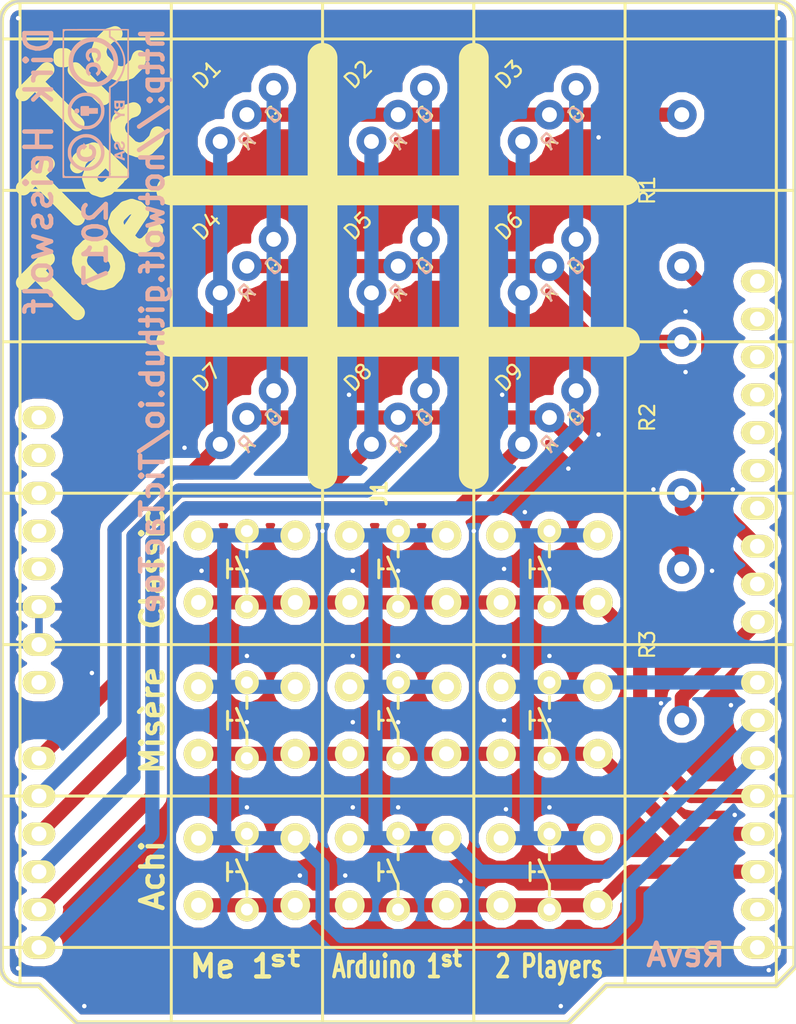
<source format=kicad_pcb>
(kicad_pcb (version 4) (host pcbnew 4.0.5)
  (title_block (title TicTacToe) (date 2017-02-22) (rev A) (company hotwolf) (comment 1 "Arduino Shield"))
  (layers (0 F.Cu signal hide) (31 B.Cu signal) (34 B.Paste user) (35 F.Paste user hide) (36 B.SilkS user) (37 F.SilkS user hide) (38 B.Mask user) (39 F.Mask user hide) (44 Edge.Cuts user))
  (net 0 "")
  (net 1 "Net-(D1-Pad2)")
  (net 2 "Net-(D4-Pad2)")
  (net 3 "Net-(D7-Pad2)")
  (net 4 "Net-(J1-Pad2)")
  (net 5 "Net-(J1-Pad3)")
  (net 6 "Net-(J1-Pad4)")
  (net 7 "Net-(J1-Pad5)")
  (net 8 "Net-(J1-Pad8)")
  (net 9 /D147_R)
  (net 10 /D147_G)
  (net 11 /D258_R)
  (net 12 /D258_G)
  (net 13 /D369_R)
  (net 14 /D369_G)
  (net 15 "Net-(J1-Pad15)")
  (net 16 "Net-(J1-Pad16)")
  (net 17 /KEY123)
  (net 18 /KEY456)
  (net 19 /KEY789)
  (net 20 /KEY147)
  (net 21 /KEY258)
  (net 22 /KEY369)
  (net 23 /D123)
  (net 24 /D456)
  (net 25 /D789)
  (net 26 "Net-(J1-Pad26)")
  (net 27 "Net-(J1-Pad27)")
  (net 28 "Net-(J1-Pad28)")
  (net 29 "Net-(J1-Pad29)")
  (net 30 "Net-(J1-Pad30)")
  (net 31 "Net-(J1-Pad31)")
  (net 32 "Net-(J1-Pad32)")
  (net 33 DGND)
  (module TicTacToe:via (layer F.Cu) (at 87.122 130.937)
    (fp_text reference VIA hide)
    (fp_text value GND hide)
    (pad "" thru_hole circle (at 0 0) (size 0.62 0.62) (drill 0.3) (layers *.Cu) (net 33 DGND))
  )
  (module TicTacToe:via (layer F.Cu) (at 76.2 117.602)
    (fp_text reference VIA hide)
    (fp_text value GND hide)
    (pad "" thru_hole circle (at 0 0) (size 0.62 0.62) (drill 0.3) (layers *.Cu) (net 33 DGND))
  )
  (module TicTacToe:via (layer F.Cu) (at 95.504 88.392)
    (fp_text reference VIA hide)
    (fp_text value GND hide)
    (pad "" thru_hole circle (at 0 0) (size 0.62 0.62) (drill 0.3) (layers *.Cu) (net 33 DGND))
  )
  (module TicTacToe:via (layer F.Cu) (at 97.282 101.727)
    (fp_text reference VIA hide)
    (fp_text value GND hide)
    (pad "" thru_hole circle (at 0 0) (size 0.62 0.62) (drill 0.3) (layers *.Cu) (net 33 DGND))
  )
  (module TicTacToe:via (layer F.Cu) (at 87.63 94.869)
    (fp_text reference VIA hide)
    (fp_text value GND hide)
    (pad "" thru_hole circle (at 0 0) (size 0.62 0.62) (drill 0.3) (layers *.Cu) (net 33 DGND))
  )
  (module TicTacToe:via (layer F.Cu) (at 89.662 92.583)
    (fp_text reference VIA hide)
    (fp_text value GND hide)
    (pad "" thru_hole circle (at 0 0) (size 0.62 0.62) (drill 0.3) (layers *.Cu) (net 33 DGND))
  )
  (module TicTacToe:via (layer F.Cu) (at 73.152 117.602)
    (fp_text reference VIA hide)
    (fp_text value GND hide)
    (pad "" thru_hole circle (at 0 0) (size 0.62 0.62) (drill 0.3) (layers *.Cu) (net 33 DGND))
  )
  (module TicTacToe:via (layer F.Cu) (at 76.2 101.727)
    (fp_text reference VIA hide)
    (fp_text value GND hide)
    (pad "" thru_hole circle (at 0 0) (size 0.62 0.62) (drill 0.3) (layers *.Cu) (net 33 DGND))
  )
  (module TicTacToe:via (layer F.Cu) (at 73.152 101.727)
    (fp_text reference VIA hide)
    (fp_text value GND hide)
    (pad "" thru_hole circle (at 0 0) (size 0.62 0.62) (drill 0.3) (layers *.Cu) (net 33 DGND))
  )
  (module TicTacToe:via (layer F.Cu) (at 55.118 130.937)
    (fp_text reference VIA hide)
    (fp_text value GND hide)
    (pad "" thru_hole circle (at 0 0) (size 0.62 0.62) (drill 0.3) (layers *.Cu) (net 33 DGND))
  )
  (module TicTacToe:via (layer F.Cu) (at 101.092 128.524)
    (fp_text reference VIA hide)
    (fp_text value GND hide)
    (pad "" thru_hole circle (at 0 0) (size 0.62 0.62) (drill 0.3) (layers *.Cu) (net 33 DGND))
  )
  (module TicTacToe:via (layer F.Cu) (at 72.644 122.174)
    (fp_text reference VIA hide)
    (fp_text value GND hide)
    (pad "" thru_hole circle (at 0 0) (size 0.62 0.62) (drill 0.3) (layers *.Cu) (net 33 DGND))
  )
  (module TicTacToe:via (layer F.Cu) (at 66.04 111.887)
    (fp_text reference VIA hide)
    (fp_text value GND hide)
    (pad "" thru_hole circle (at 0 0) (size 0.62 0.62) (drill 0.3) (layers *.Cu) (net 33 DGND))
  )
  (module TicTacToe:via (layer F.Cu) (at 69.596 122.174)
    (fp_text reference VIA hide)
    (fp_text value GND hide)
    (pad "" thru_hole circle (at 0 0) (size 0.62 0.62) (drill 0.3) (layers *.Cu) (net 33 DGND))
  )
  (module TicTacToe:via (layer F.Cu) (at 61.849 93.472)
    (fp_text reference VIA hide)
    (fp_text value GND hide)
    (pad "" thru_hole circle (at 0 0) (size 0.62 0.62) (drill 0.3) (layers *.Cu) (net 33 DGND))
  )
  (module TicTacToe:via (layer F.Cu) (at 50.673 64.643)
    (fp_text reference VIA hide)
    (fp_text value GND hide)
    (pad "" thru_hole circle (at 0 0) (size 0.62 0.62) (drill 0.3) (layers *.Cu) (net 33 DGND))
  )
  (module TicTacToe:via (layer F.Cu) (at 83.185 89.916)
    (fp_text reference VIA hide)
    (fp_text value GND hide)
    (pad "" thru_hole circle (at 0 0) (size 0.62 0.62) (drill 0.3) (layers *.Cu) (net 33 DGND))
  )
  (module TicTacToe:via (layer F.Cu) (at 72.898 89.916)
    (fp_text reference VIA hide)
    (fp_text value GND hide)
    (pad "" thru_hole circle (at 0 0) (size 0.62 0.62) (drill 0.3) (layers *.Cu) (net 33 DGND))
  )
  (module TicTacToe:via (layer F.Cu) (at 55.626 108.585)
    (fp_text reference VIA hide)
    (fp_text value GND hide)
    (pad "" thru_hole circle (at 0 0) (size 0.62 0.62) (drill 0.3) (layers *.Cu) (net 33 DGND))
  )
  (module TicTacToe:via (layer F.Cu) (at 50.673 128.397)
    (fp_text reference VIA hide)
    (fp_text value GND hide)
    (pad "" thru_hole circle (at 0 0) (size 0.62 0.62) (drill 0.3) (layers *.Cu) (net 33 DGND))
  )
  (module TicTacToe:via (layer F.Cu) (at 76.2 107.442)
    (fp_text reference VIA hide)
    (fp_text value GND hide)
    (pad "" thru_hole circle (at 0 0) (size 0.62 0.62) (drill 0.3) (layers *.Cu) (net 33 DGND))
  )
  (module TicTacToe:via (layer F.Cu) (at 66.04 107.442)
    (fp_text reference VIA hide)
    (fp_text value GND hide)
    (pad "" thru_hole circle (at 0 0) (size 0.62 0.62) (drill 0.3) (layers *.Cu) (net 33 DGND))
  )
  (module TicTacToe:via (layer F.Cu) (at 73.152 111.887)
    (fp_text reference VIA hide)
    (fp_text value GND hide)
    (pad "" thru_hole circle (at 0 0) (size 0.62 0.62) (drill 0.3) (layers *.Cu) (net 33 DGND))
  )
  (module TicTacToe:via (layer F.Cu) (at 83.312 107.442)
    (fp_text reference VIA hide)
    (fp_text value GND hide)
    (pad "" thru_hole circle (at 0 0) (size 0.62 0.62) (drill 0.3) (layers *.Cu) (net 33 DGND))
  )
  (module TicTacToe:via (layer F.Cu) (at 73.152 107.442)
    (fp_text reference VIA hide)
    (fp_text value GND hide)
    (pad "" thru_hole circle (at 0 0) (size 0.62 0.62) (drill 0.3) (layers *.Cu) (net 33 DGND))
  )
  (module TicTacToe:via (layer F.Cu) (at 98.806 118.11)
    (fp_text reference VIA hide)
    (fp_text value GND hide)
    (pad "" thru_hole circle (at 0 0) (size 0.62 0.62) (drill 0.3) (layers *.Cu) (net 33 DGND))
  )
  (module TicTacToe:via (layer F.Cu) (at 86.36 107.442)
    (fp_text reference VIA hide)
    (fp_text value GND hide)
    (pad "" thru_hole circle (at 0 0) (size 0.62 0.62) (drill 0.3) (layers *.Cu) (net 33 DGND))
  )
  (module TicTacToe:via (layer F.Cu) (at 86.36 101.6)
    (fp_text reference VIA hide)
    (fp_text value GND hide)
    (pad "" thru_hole circle (at 0 0) (size 0.62 0.62) (drill 0.3) (layers *.Cu) (net 33 DGND))
  )
  (module TicTacToe:via (layer F.Cu) (at 83.312 101.6)
    (fp_text reference VIA hide)
    (fp_text value GND hide)
    (pad "" thru_hole circle (at 0 0) (size 0.62 0.62) (drill 0.3) (layers *.Cu) (net 33 DGND))
  )
  (module TicTacToe:via (layer F.Cu) (at 101.727 64.643)
    (fp_text reference VIA hide)
    (fp_text value GND hide)
    (pad "" thru_hole circle (at 0 0) (size 0.62 0.62) (drill 0.3) (layers *.Cu) (net 33 DGND))
  )
  (module TicTacToe:via (layer F.Cu) (at 95.504 84.328)
    (fp_text reference VIA hide)
    (fp_text value GND hide)
    (pad "" thru_hole circle (at 0 0) (size 0.62 0.62) (drill 0.3) (layers *.Cu) (net 33 DGND))
  )
  (module TicTacToe:via (layer F.Cu) (at 86.36 111.76)
    (fp_text reference VIA hide)
    (fp_text value GND hide)
    (pad "" thru_hole circle (at 0 0) (size 0.62 0.62) (drill 0.3) (layers *.Cu) (net 33 DGND))
  )
  (module TicTacToe:via (layer F.Cu) (at 89.662 72.644)
    (fp_text reference VIA hide)
    (fp_text value GND hide)
    (pad "" thru_hole circle (at 0 0) (size 0.62 0.62) (drill 0.3) (layers *.Cu) (net 33 DGND))
  )
  (module TicTacToe:via (layer F.Cu) (at 83.312 111.76)
    (fp_text reference VIA hide)
    (fp_text value GND hide)
    (pad "" thru_hole circle (at 0 0) (size 0.62 0.62) (drill 0.3) (layers *.Cu) (net 33 DGND))
  )
  (module TicTacToe:via (layer F.Cu) (at 93.853 110.617)
    (fp_text reference VIA hide)
    (fp_text value GND hide)
    (pad "" thru_hole circle (at 0 0) (size 0.62 0.62) (drill 0.3) (layers *.Cu) (net 33 DGND))
  )
  (module TicTacToe:via (layer F.Cu) (at 86.36 117.602)
    (fp_text reference VIA hide)
    (fp_text value GND hide)
    (pad "" thru_hole circle (at 0 0) (size 0.62 0.62) (drill 0.3) (layers *.Cu) (net 33 DGND))
  )
  (module TicTacToe:via (layer F.Cu) (at 76.2 111.887)
    (fp_text reference VIA hide)
    (fp_text value GND hide)
    (pad "" thru_hole circle (at 0 0) (size 0.62 0.62) (drill 0.3) (layers *.Cu) (net 33 DGND))
  )
  (module TicTacToe:via (layer F.Cu) (at 66.04 117.602)
    (fp_text reference VIA hide)
    (fp_text value GND hide)
    (pad "" thru_hole circle (at 0 0) (size 0.62 0.62) (drill 0.3) (layers *.Cu) (net 33 DGND))
  )
  (module TicTacToe:via (layer F.Cu) (at 71.12 99.06)
    (fp_text reference VIA hide)
    (fp_text value GND hide)
    (pad "" thru_hole circle (at 0 0) (size 0.62 0.62) (drill 0.3) (layers *.Cu) (net 33 DGND))
  )
  (module TicTacToe:via (layer F.Cu) (at 66.04 101.727)
    (fp_text reference VIA hide)
    (fp_text value GND hide)
    (pad "" thru_hole circle (at 0 0) (size 0.62 0.62) (drill 0.3) (layers *.Cu) (net 33 DGND))
  )
  (module TicTacToe:via (layer F.Cu) (at 62.992 101.727)
    (fp_text reference VIA hide)
    (fp_text value GND hide)
    (pad "" thru_hole circle (at 0 0) (size 0.62 0.62) (drill 0.3) (layers *.Cu) (net 33 DGND))
  )
  (module TicTacToe:via (layer F.Cu) (at 98.679 96.266)
    (fp_text reference VIA hide)
    (fp_text value GND hide)
    (pad "" thru_hole circle (at 0 0) (size 0.62 0.62) (drill 0.3) (layers *.Cu) (net 33 DGND))
  )
  (module TicTacToe:via (layer F.Cu) (at 93.345 96.266)
    (fp_text reference VIA hide)
    (fp_text value GND hide)
    (pad "" thru_hole circle (at 0 0) (size 0.62 0.62) (drill 0.3) (layers *.Cu) (net 33 DGND))
  )
  (module TicTacToe:via (layer F.Cu) (at 84.709 97.79)
    (fp_text reference VIA hide)
    (fp_text value GND hide)
    (pad "" thru_hole circle (at 0 0) (size 0.62 0.62) (drill 0.3) (layers *.Cu) (net 33 DGND))
  )
  (module TicTacToe:via (layer F.Cu) (at 81.28 99.06)
    (fp_text reference VIA hide)
    (fp_text value GND hide)
    (pad "" thru_hole circle (at 0 0) (size 0.62 0.62) (drill 0.3) (layers *.Cu) (net 33 DGND))
  )
  (module TicTacToe:via (layer F.Cu) (at 98.552 110.744)
    (fp_text reference VIA hide)
    (fp_text value GND hide)
    (pad "" thru_hole circle (at 0 0) (size 0.62 0.62) (drill 0.3) (layers *.Cu) (net 33 DGND))
  )
  (module TicTacToe:via (layer F.Cu) (at 80.391 122.555)
    (fp_text reference VIA hide)
    (fp_text value GND hide)
    (pad "" thru_hole circle (at 0 0) (size 0.62 0.62) (drill 0.3) (layers *.Cu) (net 33 DGND))
  )
  (module TicTacToe:LED (layer F.Cu) (at 66.04 71.12 45)
    (fp_text reference D1 (at 0 -3.81 45) (layer F.SilkS))
    (fp_text value BICOLOR_LED)
    (fp_text user G (at 1.27 1.27 45) (layer B.SilkS) (effects (justify mirror)))
    (fp_text user G (at 1.27 1.27 45) (layer F.SilkS))
    (fp_text user R (at -1.27 1.27 45) (layer B.SilkS) (effects (justify mirror)))
    (fp_text user R (at -1.27 1.27 45) (layer F.SilkS))
    (pad 2 thru_hole circle (at 0 0 45) (size 2 2) (drill 1) (layers *.Cu *.Mask) (net 1 "Net-(D1-Pad2)"))
    (pad 1 thru_hole circle (at -2.54 0 45) (size 2 2) (drill 1) (layers *.Cu *.Mask) (net 9 /D147_R))
    (pad 3 thru_hole circle (at 2.54 0 45) (size 2 2) (drill 1) (layers *.Cu *.Mask) (net 10 /D147_G))
  )
  (module TicTacToe:LED (layer F.Cu) (at 76.2 71.12 45)
    (fp_text reference D2 (at 0 -3.81 45) (layer F.SilkS))
    (fp_text value BICOLOR_LED)
    (fp_text user G (at 1.27 1.27 45) (layer B.SilkS) (effects (justify mirror)))
    (fp_text user G (at 1.27 1.27 45) (layer F.SilkS))
    (fp_text user R (at -1.27 1.27 45) (layer B.SilkS) (effects (justify mirror)))
    (fp_text user R (at -1.27 1.27 45) (layer F.SilkS))
    (pad 2 thru_hole circle (at 0 0 45) (size 2 2) (drill 1) (layers *.Cu *.Mask) (net 1 "Net-(D1-Pad2)"))
    (pad 1 thru_hole circle (at -2.54 0 45) (size 2 2) (drill 1) (layers *.Cu *.Mask) (net 11 /D258_R))
    (pad 3 thru_hole circle (at 2.54 0 45) (size 2 2) (drill 1) (layers *.Cu *.Mask) (net 12 /D258_G))
  )
  (module TicTacToe:LED (layer F.Cu) (at 86.36 71.12 45)
    (fp_text reference D3 (at 0 -3.81 45) (layer F.SilkS))
    (fp_text value BICOLOR_LED)
    (fp_text user G (at 1.27 1.27 45) (layer B.SilkS) (effects (justify mirror)))
    (fp_text user G (at 1.27 1.27 45) (layer F.SilkS))
    (fp_text user R (at -1.27 1.27 45) (layer B.SilkS) (effects (justify mirror)))
    (fp_text user R (at -1.27 1.27 45) (layer F.SilkS))
    (pad 2 thru_hole circle (at 0 0 45) (size 2 2) (drill 1) (layers *.Cu *.Mask) (net 1 "Net-(D1-Pad2)"))
    (pad 1 thru_hole circle (at -2.54 0 45) (size 2 2) (drill 1) (layers *.Cu *.Mask) (net 13 /D369_R))
    (pad 3 thru_hole circle (at 2.54 0 45) (size 2 2) (drill 1) (layers *.Cu *.Mask) (net 14 /D369_G))
  )
  (module TicTacToe:LED (layer F.Cu) (at 66.04 81.28 45)
    (fp_text reference D4 (at 0 -3.81 45) (layer F.SilkS))
    (fp_text value BICOLOR_LED)
    (fp_text user G (at 1.27 1.27 45) (layer B.SilkS) (effects (justify mirror)))
    (fp_text user G (at 1.27 1.27 45) (layer F.SilkS))
    (fp_text user R (at -1.27 1.27 45) (layer B.SilkS) (effects (justify mirror)))
    (fp_text user R (at -1.27 1.27 45) (layer F.SilkS))
    (pad 2 thru_hole circle (at 0 0 45) (size 2 2) (drill 1) (layers *.Cu *.Mask) (net 2 "Net-(D4-Pad2)"))
    (pad 1 thru_hole circle (at -2.54 0 45) (size 2 2) (drill 1) (layers *.Cu *.Mask) (net 9 /D147_R))
    (pad 3 thru_hole circle (at 2.54 0 45) (size 2 2) (drill 1) (layers *.Cu *.Mask) (net 10 /D147_G))
  )
  (module TicTacToe:LED (layer F.Cu) (at 76.2 81.28 45)
    (fp_text reference D5 (at 0 -3.81 45) (layer F.SilkS))
    (fp_text value BICOLOR_LED)
    (fp_text user G (at 1.27 1.27 45) (layer B.SilkS) (effects (justify mirror)))
    (fp_text user G (at 1.27 1.27 45) (layer F.SilkS))
    (fp_text user R (at -1.27 1.27 45) (layer B.SilkS) (effects (justify mirror)))
    (fp_text user R (at -1.27 1.27 45) (layer F.SilkS))
    (pad 2 thru_hole circle (at 0 0 45) (size 2 2) (drill 1) (layers *.Cu *.Mask) (net 2 "Net-(D4-Pad2)"))
    (pad 1 thru_hole circle (at -2.54 0 45) (size 2 2) (drill 1) (layers *.Cu *.Mask) (net 11 /D258_R))
    (pad 3 thru_hole circle (at 2.54 0 45) (size 2 2) (drill 1) (layers *.Cu *.Mask) (net 12 /D258_G))
  )
  (module TicTacToe:LED (layer F.Cu) (at 86.36 81.28 45)
    (fp_text reference D6 (at 0 -3.81 45) (layer F.SilkS))
    (fp_text value BICOLOR_LED)
    (fp_text user G (at 1.27 1.27 45) (layer B.SilkS) (effects (justify mirror)))
    (fp_text user G (at 1.27 1.27 45) (layer F.SilkS))
    (fp_text user R (at -1.27 1.27 45) (layer B.SilkS) (effects (justify mirror)))
    (fp_text user R (at -1.27 1.27 45) (layer F.SilkS))
    (pad 2 thru_hole circle (at 0 0 45) (size 2 2) (drill 1) (layers *.Cu *.Mask) (net 2 "Net-(D4-Pad2)"))
    (pad 1 thru_hole circle (at -2.54 0 45) (size 2 2) (drill 1) (layers *.Cu *.Mask) (net 13 /D369_R))
    (pad 3 thru_hole circle (at 2.54 0 45) (size 2 2) (drill 1) (layers *.Cu *.Mask) (net 14 /D369_G))
  )
  (module TicTacToe:LED (layer F.Cu) (at 66.04 91.44 45)
    (fp_text reference D7 (at 0 -3.81 45) (layer F.SilkS))
    (fp_text value BICOLOR_LED)
    (fp_text user G (at 1.27 1.27 45) (layer B.SilkS) (effects (justify mirror)))
    (fp_text user G (at 1.27 1.27 45) (layer F.SilkS))
    (fp_text user R (at -1.27 1.27 45) (layer B.SilkS) (effects (justify mirror)))
    (fp_text user R (at -1.27 1.27 45) (layer F.SilkS))
    (pad 2 thru_hole circle (at 0 0 45) (size 2 2) (drill 1) (layers *.Cu *.Mask) (net 3 "Net-(D7-Pad2)"))
    (pad 1 thru_hole circle (at -2.54 0 45) (size 2 2) (drill 1) (layers *.Cu *.Mask) (net 9 /D147_R))
    (pad 3 thru_hole circle (at 2.54 0 45) (size 2 2) (drill 1) (layers *.Cu *.Mask) (net 10 /D147_G))
  )
  (module TicTacToe:LED (layer F.Cu) (at 76.2 91.44 45)
    (fp_text reference D8 (at 0 -3.81 45) (layer F.SilkS))
    (fp_text value BICOLOR_LED)
    (fp_text user G (at 1.27 1.27 45) (layer B.SilkS) (effects (justify mirror)))
    (fp_text user G (at 1.27 1.27 45) (layer F.SilkS))
    (fp_text user R (at -1.27 1.27 45) (layer B.SilkS) (effects (justify mirror)))
    (fp_text user R (at -1.27 1.27 45) (layer F.SilkS))
    (pad 2 thru_hole circle (at 0 0 45) (size 2 2) (drill 1) (layers *.Cu *.Mask) (net 3 "Net-(D7-Pad2)"))
    (pad 1 thru_hole circle (at -2.54 0 45) (size 2 2) (drill 1) (layers *.Cu *.Mask) (net 11 /D258_R))
    (pad 3 thru_hole circle (at 2.54 0 45) (size 2 2) (drill 1) (layers *.Cu *.Mask) (net 12 /D258_G))
  )
  (module TicTacToe:LED (layer F.Cu) (at 86.36 91.44 45)
    (fp_text reference D9 (at 0 -3.81 45) (layer F.SilkS))
    (fp_text value BICOLOR_LED)
    (fp_text user G (at 1.27 1.27 45) (layer B.SilkS) (effects (justify mirror)))
    (fp_text user G (at 1.27 1.27 45) (layer F.SilkS))
    (fp_text user R (at -1.27 1.27 45) (layer B.SilkS) (effects (justify mirror)))
    (fp_text user R (at -1.27 1.27 45) (layer F.SilkS))
    (pad 2 thru_hole circle (at 0 0 45) (size 2 2) (drill 1) (layers *.Cu *.Mask) (net 3 "Net-(D7-Pad2)"))
    (pad 1 thru_hole circle (at -2.54 0 45) (size 2 2) (drill 1) (layers *.Cu *.Mask) (net 13 /D369_R))
    (pad 3 thru_hole circle (at 2.54 0 45) (size 2 2) (drill 1) (layers *.Cu *.Mask) (net 14 /D369_G))
  )
  (module TicTacToe:R (layer F.Cu) (at 95.25 76.2 90)
    (fp_text reference R1 (at 0 -2.31 90) (layer F.SilkS))
    (fp_text value 270)
    (pad 1 thru_hole circle (at -5.08 0 90) (size 2 2) (drill 1) (layers *.Cu *.Mask) (net 23 /D123))
    (pad 2 thru_hole circle (at 5.08 0 90) (size 2 2) (drill 1) (layers *.Cu *.Mask) (net 1 "Net-(D1-Pad2)"))
  )
  (module TicTacToe:R (layer F.Cu) (at 95.25 91.44 90)
    (fp_text reference R2 (at 0 -2.31 90) (layer F.SilkS))
    (fp_text value 270)
    (pad 1 thru_hole circle (at -5.08 0 90) (size 2 2) (drill 1) (layers *.Cu *.Mask) (net 24 /D456))
    (pad 2 thru_hole circle (at 5.08 0 90) (size 2 2) (drill 1) (layers *.Cu *.Mask) (net 2 "Net-(D4-Pad2)"))
  )
  (module TicTacToe:R (layer F.Cu) (at 95.25 106.68 90)
    (fp_text reference R3 (at 0 -2.31 90) (layer F.SilkS))
    (fp_text value 270)
    (pad 1 thru_hole circle (at -5.08 0 90) (size 2 2) (drill 1) (layers *.Cu *.Mask) (net 25 /D789))
    (pad 2 thru_hole circle (at 5.08 0 90) (size 2 2) (drill 1) (layers *.Cu *.Mask) (net 3 "Net-(D7-Pad2)"))
  )
  (module TicTacToe:key (layer F.Cu) (at 76.2 101.6 270)
    (fp_text reference KEY2 hide)
    (fp_text value KEY hide)
    (pad 1 thru_hole circle (at -2.25 -3.25 270) (size 2 2) (drill 1) (layers *.Cu *.Mask F.SilkS) (net 21 /KEY258))
    (pad 4 thru_hole circle (at 2.25 3.25 270) (size 2 2) (drill 1) (layers *.Cu *.Mask F.SilkS) (net 17 /KEY123))
    (pad 2 thru_hole circle (at 2.25 -3.25 270) (size 2 2) (drill 1) (layers *.Cu *.Mask F.SilkS) (net 17 /KEY123))
    (pad 3 thru_hole circle (at -2.25 3.25 270) (size 2 2) (drill 1) (layers *.Cu *.Mask F.SilkS) (net 21 /KEY258))
    (pad 6 thru_hole circle (at 2.54 0 270) (size 1.6 1.6) (drill 0.8) (layers *.Cu *.Mask F.SilkS) (net 17 /KEY123))
    (pad 5 thru_hole circle (at -2.54 0 270) (size 1.6 1.6) (drill 0.8) (layers *.Cu *.Mask F.SilkS) (net 21 /KEY258))
  )
  (module TicTacToe:key (layer F.Cu) (at 66.04 101.6 270)
    (fp_text reference KEY1 hide)
    (fp_text value KEY hide)
    (pad 1 thru_hole circle (at -2.25 -3.25 270) (size 2 2) (drill 1) (layers *.Cu *.Mask F.SilkS) (net 20 /KEY147))
    (pad 4 thru_hole circle (at 2.25 3.25 270) (size 2 2) (drill 1) (layers *.Cu *.Mask F.SilkS) (net 17 /KEY123))
    (pad 2 thru_hole circle (at 2.25 -3.25 270) (size 2 2) (drill 1) (layers *.Cu *.Mask F.SilkS) (net 17 /KEY123))
    (pad 3 thru_hole circle (at -2.25 3.25 270) (size 2 2) (drill 1) (layers *.Cu *.Mask F.SilkS) (net 20 /KEY147))
    (pad 6 thru_hole circle (at 2.54 0 270) (size 1.6 1.6) (drill 0.8) (layers *.Cu *.Mask F.SilkS) (net 17 /KEY123))
    (pad 5 thru_hole circle (at -2.54 0 270) (size 1.6 1.6) (drill 0.8) (layers *.Cu *.Mask F.SilkS) (net 20 /KEY147))
  )
  (module TicTacToe:key (layer F.Cu) (at 86.36 101.6 270)
    (fp_text reference KEY3 hide)
    (fp_text value KEY hide)
    (pad 1 thru_hole circle (at -2.25 -3.25 270) (size 2 2) (drill 1) (layers *.Cu *.Mask F.SilkS) (net 22 /KEY369))
    (pad 4 thru_hole circle (at 2.25 3.25 270) (size 2 2) (drill 1) (layers *.Cu *.Mask F.SilkS) (net 17 /KEY123))
    (pad 2 thru_hole circle (at 2.25 -3.25 270) (size 2 2) (drill 1) (layers *.Cu *.Mask F.SilkS) (net 17 /KEY123))
    (pad 3 thru_hole circle (at -2.25 3.25 270) (size 2 2) (drill 1) (layers *.Cu *.Mask F.SilkS) (net 22 /KEY369))
    (pad 6 thru_hole circle (at 2.54 0 270) (size 1.6 1.6) (drill 0.8) (layers *.Cu *.Mask F.SilkS) (net 17 /KEY123))
    (pad 5 thru_hole circle (at -2.54 0 270) (size 1.6 1.6) (drill 0.8) (layers *.Cu *.Mask F.SilkS) (net 22 /KEY369))
  )
  (module TicTacToe:key (layer F.Cu) (at 66.04 111.76 270)
    (fp_text reference KEY4 hide)
    (fp_text value KEY hide)
    (pad 1 thru_hole circle (at -2.25 -3.25 270) (size 2 2) (drill 1) (layers *.Cu *.Mask F.SilkS) (net 20 /KEY147))
    (pad 4 thru_hole circle (at 2.25 3.25 270) (size 2 2) (drill 1) (layers *.Cu *.Mask F.SilkS) (net 18 /KEY456))
    (pad 2 thru_hole circle (at 2.25 -3.25 270) (size 2 2) (drill 1) (layers *.Cu *.Mask F.SilkS) (net 18 /KEY456))
    (pad 3 thru_hole circle (at -2.25 3.25 270) (size 2 2) (drill 1) (layers *.Cu *.Mask F.SilkS) (net 20 /KEY147))
    (pad 6 thru_hole circle (at 2.54 0 270) (size 1.6 1.6) (drill 0.8) (layers *.Cu *.Mask F.SilkS) (net 18 /KEY456))
    (pad 5 thru_hole circle (at -2.54 0 270) (size 1.6 1.6) (drill 0.8) (layers *.Cu *.Mask F.SilkS) (net 20 /KEY147))
  )
  (module TicTacToe:key (layer F.Cu) (at 76.2 111.76 270)
    (fp_text reference KEY5 hide)
    (fp_text value KEY hide)
    (pad 1 thru_hole circle (at -2.25 -3.25 270) (size 2 2) (drill 1) (layers *.Cu *.Mask F.SilkS) (net 21 /KEY258))
    (pad 4 thru_hole circle (at 2.25 3.25 270) (size 2 2) (drill 1) (layers *.Cu *.Mask F.SilkS) (net 18 /KEY456))
    (pad 2 thru_hole circle (at 2.25 -3.25 270) (size 2 2) (drill 1) (layers *.Cu *.Mask F.SilkS) (net 18 /KEY456))
    (pad 3 thru_hole circle (at -2.25 3.25 270) (size 2 2) (drill 1) (layers *.Cu *.Mask F.SilkS) (net 21 /KEY258))
    (pad 6 thru_hole circle (at 2.54 0 270) (size 1.6 1.6) (drill 0.8) (layers *.Cu *.Mask F.SilkS) (net 18 /KEY456))
    (pad 5 thru_hole circle (at -2.54 0 270) (size 1.6 1.6) (drill 0.8) (layers *.Cu *.Mask F.SilkS) (net 21 /KEY258))
  )
  (module TicTacToe:key (layer F.Cu) (at 86.36 111.76 270)
    (fp_text reference KEY6 hide)
    (fp_text value KEY hide)
    (pad 1 thru_hole circle (at -2.25 -3.25 270) (size 2 2) (drill 1) (layers *.Cu *.Mask F.SilkS) (net 22 /KEY369))
    (pad 4 thru_hole circle (at 2.25 3.25 270) (size 2 2) (drill 1) (layers *.Cu *.Mask F.SilkS) (net 18 /KEY456))
    (pad 2 thru_hole circle (at 2.25 -3.25 270) (size 2 2) (drill 1) (layers *.Cu *.Mask F.SilkS) (net 18 /KEY456))
    (pad 3 thru_hole circle (at -2.25 3.25 270) (size 2 2) (drill 1) (layers *.Cu *.Mask F.SilkS) (net 22 /KEY369))
    (pad 6 thru_hole circle (at 2.54 0 270) (size 1.6 1.6) (drill 0.8) (layers *.Cu *.Mask F.SilkS) (net 18 /KEY456))
    (pad 5 thru_hole circle (at -2.54 0 270) (size 1.6 1.6) (drill 0.8) (layers *.Cu *.Mask F.SilkS) (net 22 /KEY369))
  )
  (module TicTacToe:key (layer F.Cu) (at 66.04 121.92 270)
    (fp_text reference KEY7 hide)
    (fp_text value KEY hide)
    (pad 1 thru_hole circle (at -2.25 -3.25 270) (size 2 2) (drill 1) (layers *.Cu *.Mask F.SilkS) (net 20 /KEY147))
    (pad 4 thru_hole circle (at 2.25 3.25 270) (size 2 2) (drill 1) (layers *.Cu *.Mask F.SilkS) (net 19 /KEY789))
    (pad 2 thru_hole circle (at 2.25 -3.25 270) (size 2 2) (drill 1) (layers *.Cu *.Mask F.SilkS) (net 19 /KEY789))
    (pad 3 thru_hole circle (at -2.25 3.25 270) (size 2 2) (drill 1) (layers *.Cu *.Mask F.SilkS) (net 20 /KEY147))
    (pad 6 thru_hole circle (at 2.54 0 270) (size 1.6 1.6) (drill 0.8) (layers *.Cu *.Mask F.SilkS) (net 19 /KEY789))
    (pad 5 thru_hole circle (at -2.54 0 270) (size 1.6 1.6) (drill 0.8) (layers *.Cu *.Mask F.SilkS) (net 20 /KEY147))
  )
  (module TicTacToe:key (layer F.Cu) (at 76.2 121.92 270)
    (fp_text reference KEY8 hide)
    (fp_text value KEY hide)
    (pad 1 thru_hole circle (at -2.25 -3.25 270) (size 2 2) (drill 1) (layers *.Cu *.Mask F.SilkS) (net 21 /KEY258))
    (pad 4 thru_hole circle (at 2.25 3.25 270) (size 2 2) (drill 1) (layers *.Cu *.Mask F.SilkS) (net 19 /KEY789))
    (pad 2 thru_hole circle (at 2.25 -3.25 270) (size 2 2) (drill 1) (layers *.Cu *.Mask F.SilkS) (net 19 /KEY789))
    (pad 3 thru_hole circle (at -2.25 3.25 270) (size 2 2) (drill 1) (layers *.Cu *.Mask F.SilkS) (net 21 /KEY258))
    (pad 6 thru_hole circle (at 2.54 0 270) (size 1.6 1.6) (drill 0.8) (layers *.Cu *.Mask F.SilkS) (net 19 /KEY789))
    (pad 5 thru_hole circle (at -2.54 0 270) (size 1.6 1.6) (drill 0.8) (layers *.Cu *.Mask F.SilkS) (net 21 /KEY258))
  )
  (module TicTacToe:key (layer F.Cu) (at 86.36 121.92 270)
    (fp_text reference KEY9 hide)
    (fp_text value KEY hide)
    (pad 1 thru_hole circle (at -2.25 -3.25 270) (size 2 2) (drill 1) (layers *.Cu *.Mask F.SilkS) (net 22 /KEY369))
    (pad 4 thru_hole circle (at 2.25 3.25 270) (size 2 2) (drill 1) (layers *.Cu *.Mask F.SilkS) (net 19 /KEY789))
    (pad 2 thru_hole circle (at 2.25 -3.25 270) (size 2 2) (drill 1) (layers *.Cu *.Mask F.SilkS) (net 19 /KEY789))
    (pad 3 thru_hole circle (at -2.25 3.25 270) (size 2 2) (drill 1) (layers *.Cu *.Mask F.SilkS) (net 22 /KEY369))
    (pad 6 thru_hole circle (at 2.54 0 270) (size 1.6 1.6) (drill 0.8) (layers *.Cu *.Mask F.SilkS) (net 19 /KEY789))
    (pad 5 thru_hole circle (at -2.54 0 270) (size 1.6 1.6) (drill 0.8) (layers *.Cu *.Mask F.SilkS) (net 22 /KEY369))
  )
  (module TicTacToe:arduino_header_no_holes (layer F.Cu) (at 76.2 96.52 270)
    (fp_text reference J1 (at 0 1.27 270) (layer F.SilkS) (effects (font (size 1.016 1.016) (thickness 0.2032))))
    (fp_text value "Arduino Header" hide)
    (pad 1 thru_hole oval (at -5.08 24.13 270) (size 1.524 2.19964) (drill 1.00076) (layers *.Cu *.Mask F.SilkS))
    (pad 2 thru_hole oval (at -2.54 24.13 270) (size 1.524 2.19964) (drill 1.00076) (layers *.Cu *.Mask F.SilkS) (net 4 "Net-(J1-Pad2)"))
    (pad 3 thru_hole oval (at 0 24.13 270) (size 1.524 2.19964) (drill 1.00076) (layers *.Cu *.Mask F.SilkS) (net 5 "Net-(J1-Pad3)"))
    (pad 4 thru_hole oval (at 2.54 24.13 270) (size 1.524 2.19964) (drill 1.00076) (layers *.Cu *.Mask F.SilkS) (net 6 "Net-(J1-Pad4)"))
    (pad 5 thru_hole oval (at 5.08 24.13 270) (size 1.524 2.19964) (drill 1.00076) (layers *.Cu *.Mask F.SilkS) (net 7 "Net-(J1-Pad5)"))
    (pad 6 thru_hole oval (at 7.62 24.13 270) (size 1.524 2.19964) (drill 1.00076) (layers *.Cu *.Mask F.SilkS) (net 33 DGND))
    (pad 7 thru_hole oval (at 10.16 24.13 270) (size 1.524 2.19964) (drill 1.00076) (layers *.Cu *.Mask F.SilkS) (net 33 DGND))
    (pad 8 thru_hole oval (at 12.7 24.13 270) (size 1.524 2.19964) (drill 1.00076) (layers *.Cu *.Mask F.SilkS) (net 8 "Net-(J1-Pad8)"))
    (pad 9 thru_hole oval (at 17.78 24.13 270) (size 1.524 2.19964) (drill 1.00076) (layers *.Cu *.Mask F.SilkS) (net 9 /D147_R))
    (pad 10 thru_hole oval (at 20.32 24.13 270) (size 1.524 2.19964) (drill 1.00076) (layers *.Cu *.Mask F.SilkS) (net 10 /D147_G))
    (pad 11 thru_hole oval (at 22.86 24.13 270) (size 1.524 2.19964) (drill 1.00076) (layers *.Cu *.Mask F.SilkS) (net 11 /D258_R))
    (pad 12 thru_hole oval (at 25.4 24.13 270) (size 1.524 2.19964) (drill 1.00076) (layers *.Cu *.Mask F.SilkS) (net 12 /D258_G))
    (pad 13 thru_hole oval (at 27.94 24.13 270) (size 1.524 2.19964) (drill 1.00076) (layers *.Cu *.Mask F.SilkS) (net 13 /D369_R))
    (pad 14 thru_hole oval (at 30.48 24.13 270) (size 1.524 2.19964) (drill 1.00076) (layers *.Cu *.Mask F.SilkS) (net 14 /D369_G))
    (pad 15 thru_hole oval (at 30.48 -24.13 270) (size 1.524 2.1971) (drill 0.99822) (layers *.Cu *.Mask F.SilkS) (net 15 "Net-(J1-Pad15)"))
    (pad 16 thru_hole oval (at 27.94 -24.13 270) (size 1.524 2.1971) (drill 0.99822) (layers *.Cu *.Mask F.SilkS) (net 16 "Net-(J1-Pad16)"))
    (pad 17 thru_hole oval (at 25.4 -24.13 270) (size 1.524 2.1971) (drill 0.99822) (layers *.Cu *.Mask F.SilkS) (net 19 /KEY789))
    (pad 18 thru_hole oval (at 22.86 -24.13 270) (size 1.524 2.1971) (drill 0.99822) (layers *.Cu *.Mask F.SilkS) (net 18 /KEY456))
    (pad 19 thru_hole oval (at 20.32 -24.13 270) (size 1.524 2.1971) (drill 0.99822) (layers *.Cu *.Mask F.SilkS) (net 17 /KEY123))
    (pad 20 thru_hole oval (at 17.78 -24.13 270) (size 1.524 2.1971) (drill 0.99822) (layers *.Cu *.Mask F.SilkS) (net 20 /KEY147))
    (pad 21 thru_hole oval (at 15.24 -24.13 270) (size 1.524 2.1971) (drill 0.99822) (layers *.Cu *.Mask F.SilkS) (net 21 /KEY258))
    (pad 22 thru_hole oval (at 12.7 -24.13 270) (size 1.524 2.1971) (drill 0.99822) (layers *.Cu *.Mask F.SilkS) (net 22 /KEY369))
    (pad 23 thru_hole oval (at 8.636 -24.13 270) (size 1.524 2.1971) (drill 0.99822) (layers *.Cu *.Mask F.SilkS) (net 25 /D789))
    (pad 24 thru_hole oval (at 6.096 -24.13 270) (size 1.524 2.1971) (drill 0.99822) (layers *.Cu *.Mask F.SilkS) (net 24 /D456))
    (pad 25 thru_hole oval (at 3.556 -24.13 270) (size 1.524 2.1971) (drill 0.99822) (layers *.Cu *.Mask F.SilkS) (net 23 /D123))
    (pad 26 thru_hole oval (at 1.016 -24.13 270) (size 1.524 2.1971) (drill 0.99822) (layers *.Cu *.Mask F.SilkS) (net 26 "Net-(J1-Pad26)"))
    (pad 27 thru_hole oval (at -1.524 -24.13 270) (size 1.524 2.1971) (drill 0.99822) (layers *.Cu *.Mask F.SilkS) (net 27 "Net-(J1-Pad27)"))
    (pad 28 thru_hole oval (at -4.064 -24.13 270) (size 1.524 2.1971) (drill 0.99822) (layers *.Cu *.Mask F.SilkS) (net 28 "Net-(J1-Pad28)"))
    (pad 29 thru_hole oval (at -6.604 -24.13 270) (size 1.524 2.1971) (drill 0.99822) (layers *.Cu *.Mask F.SilkS) (net 29 "Net-(J1-Pad29)"))
    (pad 30 thru_hole oval (at -9.14146 -24.13 270) (size 1.524 2.1971) (drill 0.99822) (layers *.Cu *.Mask F.SilkS) (net 30 "Net-(J1-Pad30)"))
    (pad 31 thru_hole oval (at -11.684 -24.13 270) (size 1.524 2.1971) (drill 0.99822) (layers *.Cu *.Mask F.SilkS) (net 31 "Net-(J1-Pad31)"))
    (pad 32 thru_hole oval (at -14.224 -24.13 270) (size 1.524 2.1971) (drill 0.99822) (layers *.Cu *.Mask F.SilkS) (net 32 "Net-(J1-Pad32)"))
  )
  (module TicTacToe:Logo_silk_CC-BY-SA_10x4.5mm (layer B.Cu) (at 55.88 70.358 270)
    (fp_text reference G*** hide)
    (fp_text value LOGO hide)
  )
  (module TicTacToe:via (layer F.Cu) (at 83.439 117.729)
    (fp_text reference VIA hide)
    (fp_text value GND hide)
    (pad "" thru_hole circle (at 0 0) (size 0.62 0.62) (drill 0.3) (layers *.Cu) (net 33 DGND))
  )
  (gr_text RevA (at 95.504 127.508) (layer B.SilkS) (effects (font (size 1.5 1.5) (thickness 0.3)) (justify mirror)))
  (gr_text http://hotwolf.github.io/TicTacToe (at 59.69 65.151 90) (layer B.SilkS) (effects (font (size 1.5 1.5) (thickness 0.3)) (justify left mirror)))
  (gr_text 2017 (at 55.88 79.756 90) (layer B.SilkS) (effects (font (size 1.5 1.5) (thickness 0.3)) (justify mirror)))
  (gr_text "Dirk Heisswolf" (at 52.07 65.024 90) (layer B.SilkS) (effects (font (size 1.8 1.8) (thickness 0.3)) (justify left mirror)))
  (gr_text Achi (at 59.69 122.174 90) (layer F.SilkS) (effects (font (size 1.5 1.5) (thickness 0.3))))
  (gr_text Misère (at 59.69 111.76 90) (layer F.SilkS) (effects (font (size 1.5 1.5) (thickness 0.3))))
  (gr_text Classic (at 59.69 101.6 90) (layer F.SilkS) (effects (font (size 1.5 1.5) (thickness 0.3))))
  (gr_text "Arduino 1" (at 75.438 128.27) (layer F.SilkS) (effects (font (size 1.5 1) (thickness 0.25))))
  (gr_text st (at 68.58 127.762) (layer F.SilkS) (effects (font (size 1 1.5) (thickness 0.25))))
  (gr_text st (at 79.756 127.762) (layer F.SilkS) (effects (font (size 1 1) (thickness 0.25))))
  (gr_text "2 Players" (at 86.36 128.27) (layer F.SilkS) (effects (font (size 1.5 1) (thickness 0.25))))
  (gr_text "Me 1" (at 65.024 128.27) (layer F.SilkS) (effects (font (size 1.5 1.5) (thickness 0.3))))
  (gr_text Toe (at 55.88 80.645 45) (layer F.SilkS) (effects (font (size 4 4) (thickness 1))))
  (gr_text Tac (at 55.88 74.295 45) (layer F.SilkS) (effects (font (size 4 4) (thickness 1))))
  (gr_text Tic (at 55.245 68.58 45) (layer F.SilkS) (effects (font (size 4 4) (thickness 1))))
  (gr_line (start 101.6 63.5) (end 101.6 129.54) (angle 90) (layer F.SilkS) (width 0.2))
  (gr_line (start 91.44 63.5) (end 91.44 129.54) (angle 90) (layer F.SilkS) (width 0.2))
  (gr_line (start 50.8 63.5) (end 50.8 129.54) (angle 90) (layer F.SilkS) (width 0.2))
  (gr_line (start 60.96 63.5) (end 60.96 132.08) (angle 90) (layer F.SilkS) (width 0.2))
  (gr_line (start 71.12 63.5) (end 71.12 132.08) (angle 90) (layer F.SilkS) (width 0.2))
  (gr_line (start 81.28 63.5) (end 81.28 132.08) (angle 90) (layer F.SilkS) (width 0.2))
  (gr_line (start 49.53 127) (end 102.87 127) (angle 90) (layer F.SilkS) (width 0.2))
  (gr_line (start 49.53 96.52) (end 102.87 96.52) (angle 90) (layer F.SilkS) (width 0.2))
  (gr_line (start 49.53 106.68) (end 102.87 106.68) (angle 90) (layer F.SilkS) (width 0.2))
  (gr_line (start 49.53 116.84) (end 102.87 116.84) (angle 90) (layer F.SilkS) (width 0.2))
  (gr_line (start 49.53 66.04) (end 102.87 66.04) (angle 90) (layer F.SilkS) (width 0.2))
  (gr_line (start 49.53 86.36) (end 102.87 86.36) (angle 90) (layer F.SilkS) (width 0.2))
  (gr_line (start 49.53 76.2) (end 102.87 76.2) (angle 90) (layer F.SilkS) (width 0.2))
  (gr_line (start 91.44 86.36) (end 60.96 86.36) (angle 90) (layer F.SilkS) (width 2))
  (gr_line (start 91.44 76.2) (end 60.96 76.2) (angle 90) (layer F.SilkS) (width 2))
  (gr_line (start 81.28 67.31) (end 81.28 95.25) (angle 90) (layer F.SilkS) (width 2))
  (gr_line (start 71.12 67.31) (end 71.12 95.25) (angle 90) (layer F.SilkS) (width 2))
  (gr_line (start 102.87 128.27) (end 102.87 64.77) (layer Edge.Cuts) (width 0.15))
  (gr_line (start 49.53 64.77) (end 49.53 128.27) (layer Edge.Cuts) (width 0.15))
  (gr_line (start 54.61 132.08) (end 87.63 132.08) (layer Edge.Cuts) (width 0.15))
  (gr_line (start 54.61 132.08) (end 52.07 129.54) (layer Edge.Cuts) (width 0.15))
  (gr_line (start 52.07 129.54) (end 50.8 129.54) (layer Edge.Cuts) (width 0.15))
  (gr_line (start 101.6 129.54) (end 90.17 129.54) (layer Edge.Cuts) (width 0.15))
  (gr_line (start 90.17 129.54) (end 87.63 132.08) (layer Edge.Cuts) (width 0.15))
  (gr_line (start 102.87 128.27) (end 101.6 129.54) (layer Edge.Cuts) (width 0.15))
  (gr_arc (start 101.6 64.77) (end 101.6 63.5) (angle 90) (layer Edge.Cuts) (width 0.15))
  (gr_line (start 50.8 63.5) (end 101.6 63.5) (layer Edge.Cuts) (width 0.15))
  (gr_arc (start 50.8 64.77) (end 49.53 64.77) (angle 90) (layer Edge.Cuts) (width 0.15))
  (gr_arc (start 50.8 128.27) (end 50.8 129.54) (angle 90) (layer Edge.Cuts) (width 0.15))
  (segment (start 66.04 71.12) (end 76.2 71.12) (width 0.95) (layer F.Cu) (net 1))
  (segment (start 76.2 71.12) (end 86.36 71.12) (width 0.95) (layer F.Cu) (net 1))
  (segment (start 86.36 71.12) (end 95.25 71.12) (width 0.95) (layer F.Cu) (net 1))
  (segment (start 66.04 81.28) (end 76.2 81.28) (width 0.95) (layer F.Cu) (net 2))
  (segment (start 76.2 81.28) (end 86.36 81.28) (width 0.95) (layer F.Cu) (net 2))
  (segment (start 86.36 81.28) (end 91.44 86.36) (width 0.95) (layer F.Cu) (net 2))
  (segment (start 91.44 86.36) (end 95.25 86.36) (width 0.95) (layer F.Cu) (net 2))
  (segment (start 66.04 91.44) (end 76.2 91.44) (width 0.95) (layer F.Cu) (net 3))
  (segment (start 76.2 91.44) (end 86.36 91.44) (width 0.95) (layer F.Cu) (net 3))
  (segment (start 86.36 91.44) (end 95.25 100.33) (width 0.95) (layer F.Cu) (net 3))
  (segment (start 95.25 100.33) (end 95.25 101.6) (width 0.95) (layer F.Cu) (net 3))
  (segment (start 62.344004 95.135996) (end 60.981884 95.135996) (width 0.95) (layer F.Cu) (net 9))
  (segment (start 64.243949 93.236051) (end 62.344004 95.135996) (width 0.95) (layer F.Cu) (net 9))
  (segment (start 57.15 109.22) (end 52.07 114.3) (width 0.95) (layer F.Cu) (net 9))
  (segment (start 57.15 98.96788) (end 57.15 109.22) (width 0.95) (layer F.Cu) (net 9))
  (segment (start 60.981884 95.135996) (end 57.15 98.96788) (width 0.95) (layer F.Cu) (net 9))
  (segment (start 64.243949 83.076051) (end 64.243949 93.236051) (width 0.95) (layer B.Cu) (net 9))
  (segment (start 64.243949 72.916051) (end 64.243949 83.076051) (width 0.95) (layer B.Cu) (net 9))
  (segment (start 57.15 111.76) (end 52.07 116.84) (width 0.95) (layer B.Cu) (net 10))
  (segment (start 57.15 98.96788) (end 57.15 111.76) (width 0.95) (layer B.Cu) (net 10))
  (segment (start 60.981884 95.135996) (end 57.15 98.96788) (width 0.95) (layer B.Cu) (net 10))
  (segment (start 65.138004 95.135996) (end 60.981884 95.135996) (width 0.95) (layer B.Cu) (net 10))
  (segment (start 67.836051 92.437949) (end 65.138004 95.135996) (width 0.95) (layer B.Cu) (net 10))
  (segment (start 67.836051 89.643949) (end 67.836051 92.437949) (width 0.95) (layer B.Cu) (net 10))
  (segment (start 67.836051 79.483949) (end 67.836051 89.643949) (width 0.95) (layer B.Cu) (net 10))
  (segment (start 67.836051 69.323949) (end 67.836051 79.483949) (width 0.95) (layer B.Cu) (net 10))
  (segment (start 61.478942 96.335998) (end 58.42 99.39494) (width 0.95) (layer F.Cu) (net 11))
  (segment (start 71.304002 96.335998) (end 61.478942 96.335998) (width 0.95) (layer F.Cu) (net 11))
  (segment (start 74.403949 93.236051) (end 71.304002 96.335998) (width 0.95) (layer F.Cu) (net 11))
  (segment (start 58.42 113.03) (end 52.07 119.38) (width 0.95) (layer F.Cu) (net 11))
  (segment (start 58.42 99.39494) (end 58.42 113.03) (width 0.95) (layer F.Cu) (net 11))
  (segment (start 74.403949 83.076051) (end 74.403949 93.236051) (width 0.95) (layer B.Cu) (net 11))
  (segment (start 74.403949 72.916051) (end 74.403949 83.076051) (width 0.95) (layer B.Cu) (net 11))
  (segment (start 61.478942 96.335998) (end 58.42 99.39494) (width 0.95) (layer B.Cu) (net 12))
  (segment (start 74.098002 96.335998) (end 61.478942 96.335998) (width 0.95) (layer B.Cu) (net 12))
  (segment (start 74.422 96.012) (end 74.098002 96.335998) (width 0.95) (layer B.Cu) (net 12))
  (segment (start 58.42 115.57) (end 52.07 121.92) (width 0.95) (layer B.Cu) (net 12))
  (segment (start 58.42 99.39494) (end 58.42 115.57) (width 0.95) (layer B.Cu) (net 12))
  (segment (start 77.996051 89.643949) (end 77.996051 92.437949) (width 0.95) (layer B.Cu) (net 12))
  (segment (start 77.996051 92.437949) (end 74.422 96.012) (width 0.95) (layer B.Cu) (net 12))
  (segment (start 74.422 96.012) (end 74.352002 96.081998) (width 0.95) (layer B.Cu) (net 12))
  (segment (start 77.996051 79.483949) (end 77.996051 89.643949) (width 0.95) (layer B.Cu) (net 12))
  (segment (start 77.996051 69.323949) (end 77.996051 79.483949) (width 0.95) (layer B.Cu) (net 12))
  (segment (start 61.976 97.536) (end 59.69 99.822) (width 0.95) (layer F.Cu) (net 13))
  (segment (start 80.264 97.536) (end 61.976 97.536) (width 0.95) (layer F.Cu) (net 13))
  (segment (start 84.563949 93.236051) (end 80.264 97.536) (width 0.95) (layer F.Cu) (net 13))
  (segment (start 59.69 116.84) (end 52.07 124.46) (width 0.95) (layer F.Cu) (net 13))
  (segment (start 59.69 99.822) (end 59.69 116.84) (width 0.95) (layer F.Cu) (net 13))
  (segment (start 84.563949 83.076051) (end 84.563949 93.236051) (width 0.95) (layer B.Cu) (net 13))
  (segment (start 84.563949 72.916051) (end 84.563949 83.076051) (width 0.95) (layer B.Cu) (net 13))
  (segment (start 61.976 97.536) (end 59.69 99.822) (width 0.95) (layer B.Cu) (net 14))
  (segment (start 82.804 97.536) (end 61.976 97.536) (width 0.95) (layer B.Cu) (net 14))
  (segment (start 88.156051 92.183949) (end 83.058 97.282) (width 0.95) (layer B.Cu) (net 14))
  (segment (start 88.156051 89.643949) (end 88.156051 92.183949) (width 0.95) (layer B.Cu) (net 14))
  (segment (start 83.058 97.282) (end 82.804 97.536) (width 0.95) (layer B.Cu) (net 14))
  (segment (start 59.69 119.38) (end 52.07 127) (width 0.95) (layer B.Cu) (net 14))
  (segment (start 59.69 99.822) (end 59.69 119.38) (width 0.95) (layer B.Cu) (net 14))
  (segment (start 88.156051 79.483949) (end 88.156051 89.643949) (width 0.95) (layer B.Cu) (net 14))
  (segment (start 88.156051 69.323949) (end 88.156051 79.483949) (width 0.95) (layer B.Cu) (net 14))
  (segment (start 89.61 103.85) (end 92.456 106.696) (width 0.95) (layer F.Cu) (net 17))
  (segment (start 95.885 116.84) (end 100.33 116.84) (width 0.95) (layer F.Cu) (net 17))
  (segment (start 92.456 113.411) (end 95.885 116.84) (width 0.95) (layer F.Cu) (net 17))
  (segment (start 92.456 106.696) (end 92.456 113.411) (width 0.95) (layer F.Cu) (net 17))
  (segment (start 79.45 103.85) (end 83.11 103.85) (width 0.95) (layer F.Cu) (net 17))
  (segment (start 83.11 103.85) (end 86.07 103.85) (width 0.95) (layer F.Cu) (net 17))
  (segment (start 86.07 103.85) (end 89.61 103.85) (width 0.95) (layer F.Cu) (net 17))
  (segment (start 69.29 103.85) (end 72.95 103.85) (width 0.95) (layer F.Cu) (net 17))
  (segment (start 72.95 103.85) (end 75.91 103.85) (width 0.95) (layer F.Cu) (net 17))
  (segment (start 75.91 103.85) (end 79.45 103.85) (width 0.95) (layer F.Cu) (net 17))
  (segment (start 62.79 103.85) (end 65.75 103.85) (width 0.95) (layer F.Cu) (net 17))
  (segment (start 65.75 103.85) (end 69.29 103.85) (width 0.95) (layer F.Cu) (net 17))
  (segment (start 89.61 114.01) (end 94.98 119.38) (width 0.95) (layer F.Cu) (net 18))
  (segment (start 94.98 119.38) (end 100.33 119.38) (width 0.95) (layer F.Cu) (net 18))
  (segment (start 79.45 114.01) (end 83.11 114.01) (width 0.95) (layer F.Cu) (net 18))
  (segment (start 83.11 114.01) (end 86.07 114.01) (width 0.95) (layer F.Cu) (net 18))
  (segment (start 86.07 114.01) (end 89.61 114.01) (width 0.95) (layer F.Cu) (net 18))
  (segment (start 69.29 114.01) (end 72.95 114.01) (width 0.95) (layer F.Cu) (net 18))
  (segment (start 72.95 114.01) (end 75.91 114.01) (width 0.95) (layer F.Cu) (net 18))
  (segment (start 75.91 114.01) (end 79.45 114.01) (width 0.95) (layer F.Cu) (net 18))
  (segment (start 62.79 114.01) (end 65.75 114.01) (width 0.95) (layer F.Cu) (net 18))
  (segment (start 65.75 114.01) (end 69.29 114.01) (width 0.95) (layer F.Cu) (net 18))
  (segment (start 89.61 124.17) (end 91.86 121.92) (width 0.95) (layer F.Cu) (net 19))
  (segment (start 91.86 121.92) (end 100.33 121.92) (width 0.95) (layer F.Cu) (net 19))
  (segment (start 79.45 124.17) (end 83.11 124.17) (width 0.95) (layer F.Cu) (net 19))
  (segment (start 83.11 124.17) (end 86.07 124.17) (width 0.95) (layer F.Cu) (net 19))
  (segment (start 86.07 124.17) (end 89.61 124.17) (width 0.95) (layer F.Cu) (net 19))
  (segment (start 69.29 124.17) (end 72.95 124.17) (width 0.95) (layer F.Cu) (net 19))
  (segment (start 72.95 124.17) (end 75.91 124.17) (width 0.95) (layer F.Cu) (net 19))
  (segment (start 75.91 124.17) (end 79.45 124.17) (width 0.95) (layer F.Cu) (net 19))
  (segment (start 62.79 124.17) (end 65.75 124.17) (width 0.95) (layer F.Cu) (net 19))
  (segment (start 65.75 124.17) (end 69.29 124.17) (width 0.95) (layer F.Cu) (net 19))
  (segment (start 100.33 114.3) (end 91.694 122.936) (width 0.95) (layer B.Cu) (net 20))
  (segment (start 90.424 126.238) (end 91.44 125.222) (width 0.95) (layer B.Cu) (net 20))
  (segment (start 72.39 126.238) (end 90.424 126.238) (width 0.95) (layer B.Cu) (net 20))
  (segment (start 71.12 124.968) (end 72.39 126.238) (width 0.95) (layer B.Cu) (net 20))
  (segment (start 71.12 121.5) (end 71.12 124.968) (width 0.95) (layer B.Cu) (net 20))
  (segment (start 71.12 121.5) (end 69.29 119.67) (width 0.95) (layer B.Cu) (net 20))
  (segment (start 91.694 124.968) (end 91.694 122.936) (width 0.95) (layer B.Cu) (net 20))
  (segment (start 91.44 125.222) (end 91.694 124.968) (width 0.95) (layer B.Cu) (net 20))
  (segment (start 64.516 109.474) (end 64.516 119.67) (width 0.95) (layer B.Cu) (net 20))
  (segment (start 64.516 119.67) (end 64.516 119.38) (width 0.95) (layer B.Cu) (net 20))
  (segment (start 64.516 119.38) (end 64.516 119.67) (width 0.95) (layer B.Cu) (net 20))
  (segment (start 62.79 119.67) (end 64.516 119.67) (width 0.95) (layer B.Cu) (net 20))
  (segment (start 64.516 119.67) (end 65.75 119.67) (width 0.95) (layer B.Cu) (net 20))
  (segment (start 65.75 119.67) (end 69.29 119.67) (width 0.95) (layer B.Cu) (net 20))
  (segment (start 64.516 99.35) (end 64.516 109.51) (width 0.95) (layer B.Cu) (net 20))
  (segment (start 64.516 109.51) (end 64.516 109.474) (width 0.95) (layer B.Cu) (net 20))
  (segment (start 64.516 109.474) (end 64.516 109.51) (width 0.95) (layer B.Cu) (net 20))
  (segment (start 62.79 109.51) (end 64.516 109.51) (width 0.95) (layer B.Cu) (net 20))
  (segment (start 64.516 109.51) (end 65.75 109.51) (width 0.95) (layer B.Cu) (net 20))
  (segment (start 65.75 109.51) (end 69.29 109.51) (width 0.95) (layer B.Cu) (net 20))
  (segment (start 62.79 99.35) (end 64.516 99.35) (width 0.95) (layer B.Cu) (net 20))
  (segment (start 64.516 99.35) (end 65.75 99.35) (width 0.95) (layer B.Cu) (net 20))
  (segment (start 65.75 99.35) (end 69.29 99.35) (width 0.95) (layer B.Cu) (net 20))
  (segment (start 72.95 99.35) (end 74.676 99.35) (width 0.95) (layer B.Cu) (net 21))
  (segment (start 79.45 119.67) (end 81.7 121.92) (width 0.95) (layer B.Cu) (net 21))
  (segment (start 90.17 121.92) (end 100.33 111.76) (width 0.95) (layer B.Cu) (net 21))
  (segment (start 81.7 121.92) (end 90.17 121.92) (width 0.95) (layer B.Cu) (net 21))
  (segment (start 74.676 109.474) (end 74.676 119.67) (width 0.95) (layer B.Cu) (net 21))
  (segment (start 74.676 119.67) (end 74.676 119.38) (width 0.95) (layer B.Cu) (net 21))
  (segment (start 74.676 119.38) (end 74.676 119.67) (width 0.95) (layer B.Cu) (net 21))
  (segment (start 72.95 119.67) (end 74.676 119.67) (width 0.95) (layer B.Cu) (net 21))
  (segment (start 74.676 119.67) (end 75.91 119.67) (width 0.95) (layer B.Cu) (net 21))
  (segment (start 75.91 119.67) (end 79.45 119.67) (width 0.95) (layer B.Cu) (net 21))
  (segment (start 74.676 99.35) (end 74.676 109.474) (width 0.95) (layer B.Cu) (net 21))
  (segment (start 74.676 109.474) (end 74.676 109.51) (width 0.95) (layer B.Cu) (net 21))
  (segment (start 74.676 109.51) (end 74.676 109.22) (width 0.95) (layer B.Cu) (net 21))
  (segment (start 74.676 109.22) (end 74.676 109.51) (width 0.95) (layer B.Cu) (net 21))
  (segment (start 72.95 109.51) (end 74.676 109.51) (width 0.95) (layer B.Cu) (net 21))
  (segment (start 74.676 109.51) (end 75.91 109.51) (width 0.95) (layer B.Cu) (net 21))
  (segment (start 75.91 109.51) (end 79.45 109.51) (width 0.95) (layer B.Cu) (net 21))
  (segment (start 74.676 99.35) (end 75.91 99.35) (width 0.95) (layer B.Cu) (net 21))
  (segment (start 75.91 99.35) (end 79.45 99.35) (width 0.95) (layer B.Cu) (net 21))
  (segment (start 100.33 109.22) (end 89.9 109.22) (width 0.95) (layer B.Cu) (net 22))
  (segment (start 89.9 109.22) (end 89.61 109.51) (width 0.95) (layer B.Cu) (net 22))
  (segment (start 84.836 109.474) (end 84.836 119.67) (width 0.95) (layer B.Cu) (net 22))
  (segment (start 84.836 119.67) (end 84.836 119.634) (width 0.95) (layer B.Cu) (net 22))
  (segment (start 84.836 119.634) (end 84.836 119.67) (width 0.95) (layer B.Cu) (net 22))
  (segment (start 83.11 119.67) (end 84.836 119.67) (width 0.95) (layer B.Cu) (net 22))
  (segment (start 84.836 119.67) (end 86.07 119.67) (width 0.95) (layer B.Cu) (net 22))
  (segment (start 86.07 119.67) (end 89.61 119.67) (width 0.95) (layer B.Cu) (net 22))
  (segment (start 84.836 99.35) (end 84.836 109.51) (width 0.95) (layer B.Cu) (net 22))
  (segment (start 84.836 109.51) (end 84.836 109.474) (width 0.95) (layer B.Cu) (net 22))
  (segment (start 84.836 109.474) (end 84.836 109.51) (width 0.95) (layer B.Cu) (net 22))
  (segment (start 83.11 109.51) (end 84.836 109.51) (width 0.95) (layer B.Cu) (net 22))
  (segment (start 84.836 109.51) (end 86.07 109.51) (width 0.95) (layer B.Cu) (net 22))
  (segment (start 86.07 109.51) (end 89.61 109.51) (width 0.95) (layer B.Cu) (net 22))
  (segment (start 83.11 99.35) (end 84.836 99.35) (width 0.95) (layer B.Cu) (net 22))
  (segment (start 84.836 99.35) (end 86.07 99.35) (width 0.95) (layer B.Cu) (net 22))
  (segment (start 86.07 99.35) (end 89.61 99.35) (width 0.95) (layer B.Cu) (net 22))
  (segment (start 100.33 100.076) (end 97.028 96.774) (width 0.95) (layer F.Cu) (net 23))
  (segment (start 97.028 83.058) (end 95.25 81.28) (width 0.95) (layer F.Cu) (net 23))
  (segment (start 97.028 96.774) (end 97.028 83.058) (width 0.95) (layer F.Cu) (net 23))
  (segment (start 100.33 102.616) (end 95.25 97.536) (width 0.95) (layer F.Cu) (net 24))
  (segment (start 95.25 97.536) (end 95.25 96.52) (width 0.95) (layer F.Cu) (net 24))
  (segment (start 95.25 111.76) (end 95.25 110.236) (width 0.95) (layer F.Cu) (net 25))
  (segment (start 95.25 110.236) (end 100.33 105.156) (width 0.95) (layer F.Cu) (net 25))
  (zone (net 33) (net_name DGND) (layer F.Cu) (connect_pads (clearance 0.508)) (min_thickness 0.254) (fill yes (arc_segments 16) (thermal_gap 0.508) (thermal_bridge_width 0.508))
    (polygon (pts (xy 49.53 63.5) (xy 102.87 63.5) (xy 102.87 129.54) (xy 90.17 129.54) (xy 87.63 132.08) (xy 54.61 132.08) (xy 52.07 129.54) (xy 49.53 129.54)))
  )
  (zone (net 33) (net_name DGND) (layer B.Cu) (connect_pads (clearance 0.508)) (min_thickness 0.254) (fill yes (arc_segments 16) (thermal_gap 0.508) (thermal_bridge_width 0.508))
    (polygon (pts (xy 49.53 63.5) (xy 102.87 63.5) (xy 102.87 129.54) (xy 90.17 129.54) (xy 87.63 132.08) (xy 54.61 132.08) (xy 52.07 129.54) (xy 49.53 129.54)))
  )
)
</source>
